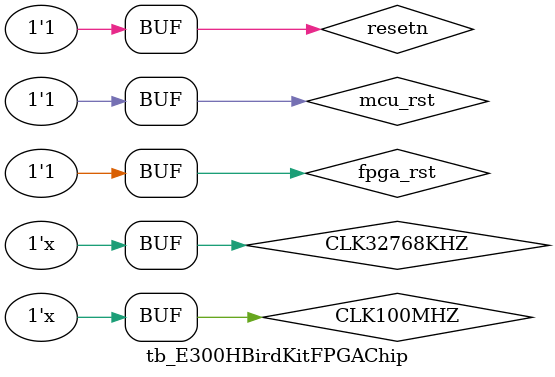
<source format=v>
`timescale 1ns/10ps

module tb_E300HBirdKitFPGAChip();

   reg CLK100MHZ;
   // wire CLK32768KHZ;
   reg CLK32768KHZ;
   reg  fpga_rst;
   reg  mcu_rst;
   wire led_0;
   wire led_1;
   wire led_2;
   wire mcu_wakeup;
   wire qspi_cs;
   wire qspi_sck;
   wire [3:0] qspi_dq;
   wire       uart_rxd_out;
   wire       uart_txd_in;
   wire       mcu_TDO;
   wire       mcu_TCK;
   wire       mcu_TDI;
   wire       mcu_TMS;

   wire [31:0] gpio;
   wire        jd_6;

   initial begin
      CLK100MHZ <= 0;
      CLK32768KHZ <= 0;
      fpga_rst <= 0;
      mcu_rst <= 0;
      #15000 fpga_rst <= 1;
      mcu_rst <= 1;
   end

   always
     begin
        #5 CLK100MHZ <= ~CLK100MHZ;
     end

   always
     begin
        // #15259 CLK32768KHZ <= ~CLK32768KHZ;
        #20 CLK32768KHZ <= ~CLK32768KHZ;
     end

   wire clk_8388;
   wire mmcm_locked;
   wire resetn = fpga_rst & mcu_rst;

   // mmcm u_mmcm
   //   (
   //    .resetn(resetn),
   //    .clk_in1(CLK100MHZ),
   //    .clk_out1(clk_8388),
   //    .locked(mmcm_locked)
   //    );

   // clkdivider u_clkdivider
   //   (
   //    .clk(clk_8388),
   //    .reset(~resetn),
   //    .clk_out(CLK32768KHZ)
   //    );

   E300HBirdKitFPGAChip u_E300HBirdKitFPGAChip
     (
      .CLK100MHZ(CLK100MHZ),
      .CLK32768KHZ(CLK32768KHZ),

      .fpga_rst(fpga_rst),
      .mcu_rst(mcu_rst),
      .led_0(led_0),
      .led_1(led_1),
      .led_2(led_2),
      .mcu_wakeup(mcu_wakeup),

      .qspi_cs(qspi_cs),
      .qspi_sck(qspi_sck),
      .qspi_dq_0(qspi_dq[0]),
      .qspi_dq_1(qspi_dq[1]),
      .qspi_dq_2(qspi_dq[2]),
      .qspi_dq_3(qspi_dq[3]),

      .uart_rxd_out(uart_rxd_out),
      .uart_txd_in(uart_txd_in),

      .mcu_TDO(mcu_TDO),
      .mcu_TCK(mcu_TCK),
      .mcu_TDI(mcu_TDI),
      .mcu_TMS(mcu_TMS),

      .gpio_0(gpio[0]),
      .gpio_1(gpio[1]),
      .gpio_2(gpio[2]),
      .gpio_3(gpio[3]),
      .gpio_4(gpio[4]),
      .gpio_5(gpio[5]),
      .gpio_6(gpio[6]),
      .gpio_7(gpio[7]),
      .gpio_8(gpio[8]),
      .gpio_9(gpio[9]),
      .gpio_10(gpio[10]),
      .gpio_11(gpio[11]),
      .gpio_12(gpio[12]),
      .gpio_13(gpio[13]),
      .gpio_14(gpio[14]),
      .gpio_15(gpio[15]),
      .gpio_16(gpio[16]),
      .gpio_17(gpio[17]),
      .gpio_18(gpio[18]),
      .gpio_19(gpio[19]),
      .gpio_20(gpio[20]),
      .gpio_21(gpio[21]),
      .gpio_22(gpio[22]),
      .gpio_23(gpio[23]),
      .gpio_24(gpio[24]),
      .gpio_25(gpio[25]),
      .gpio_26(gpio[26]),
      .gpio_27(gpio[27]),
      .gpio_28(gpio[28]),
      .gpio_29(gpio[29]),
      .gpio_30(gpio[30]),
      .gpio_31(gpio[31]),
      .jd_6(jd_6)
      );

   // W25Q32JVxxIM u_w25q32jvm(
   //                          .CSn(qspi_cs),
   //                          .CLK(qspi_sck),
   //                          .DIO(qspi_dq[0]),
   //                          .DO(qspi_dq[1]),
   //                          .WPn(qspi_dq[2]),
   //                          .HOLDn(qspi_dq[3]),
   //                          .RESETn(resetn));

endmodule

</source>
